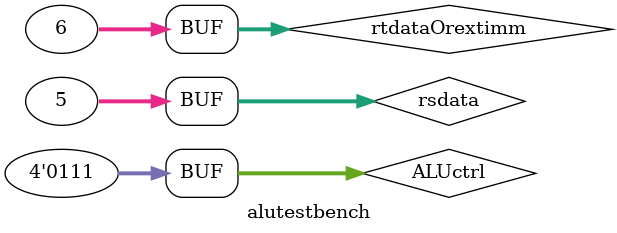
<source format=v>

`timescale 1ps/1ps

module alutestbench;

	//Inputs
	reg[31:0] rsdata;
        reg[31:0] rtdataOrextimm;
	reg[3:0] ALUctrl;

	//Outputs for testbench
	wire[31:0] ALUResult;
	wire zero;

	

	//Instantiation of Unit Under Test
	alu uut (
		.rsdata(rsdata),
		.rtdataOrextimm(rtdataOrextimm),
		.ALUctrl(ALUctrl),
		
		//Outputs for testbench
		.ALUResult(ALUResult),
		.zero(zero)
		);

initial
begin

#200; //AND
rsdata=1;
rtdataOrextimm=0;
ALUctrl=0;

#200; //OR
rsdata=1;
rtdataOrextimm=0;
ALUctrl=1;

#200; //ADD
rsdata=5;
rtdataOrextimm=6;
ALUctrl=2;

#200; //SUB
rsdata=5;
rtdataOrextimm=5;
ALUctrl=6;

#200; //SLT
rsdata=5;
rtdataOrextimm=6;
ALUctrl=7;


end

endmodule


</source>
